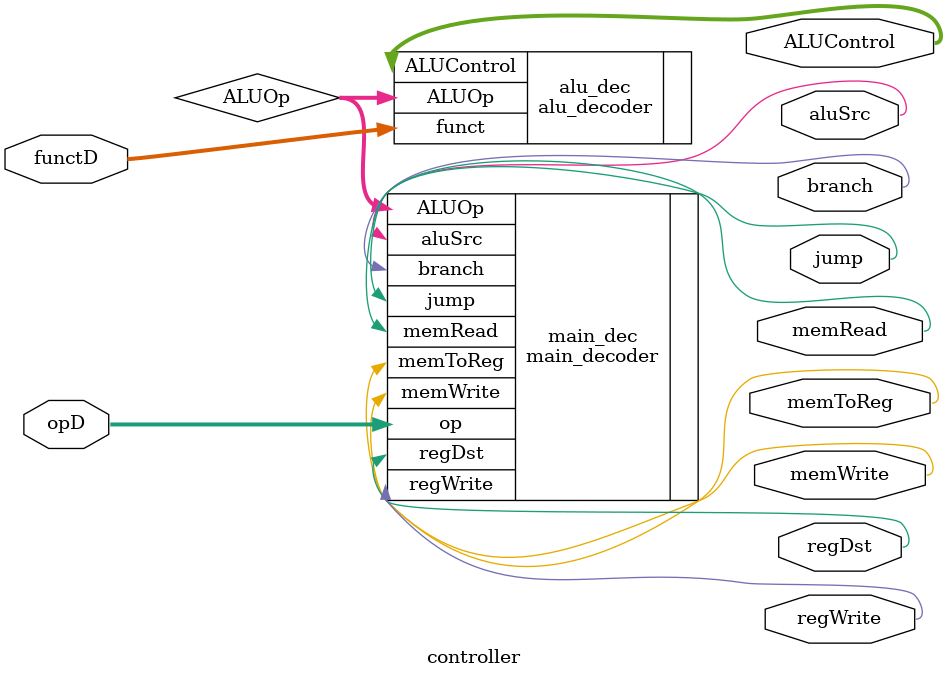
<source format=v>
`timescale 1ns / 1ps


module controller(
    input [5:0] opD,functD,
    output [2:0] ALUControl,
    output  jump, branch, aluSrc,memRead,memWrite,memToReg,regWrite,regDst
);
    wire  [1:0] ALUOp;

    main_decoder main_dec(
        .op(opD),
        .jump(jump), 
        .branch(branch), 
        .aluSrc(aluSrc),
        .memRead(memRead),
        .memWrite(memWrite),
        .memToReg(memToReg),
        .regWrite(regWrite),
        .regDst(regDst),
        .ALUOp(ALUOp)
    );

    alu_decoder alu_dec(
        .funct(functD),
        .ALUOp(ALUOp),
        .ALUControl(ALUControl)
    );


endmodule

</source>
